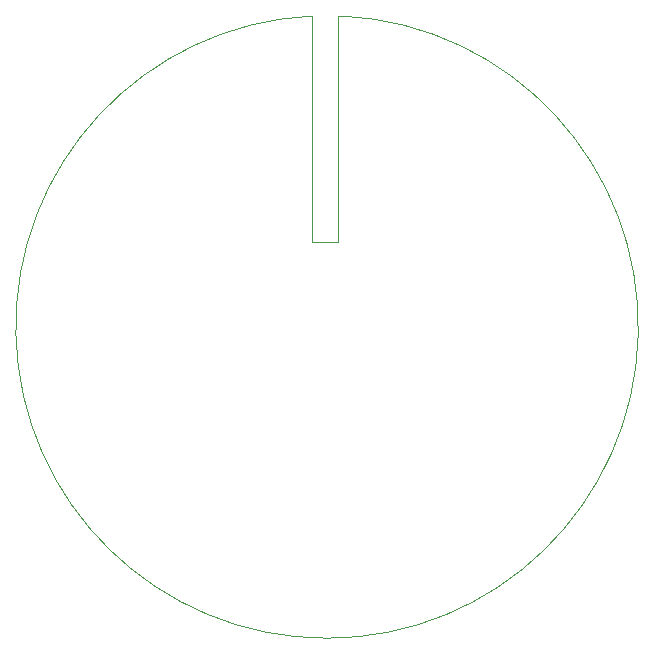
<source format=gm1>
%TF.GenerationSoftware,KiCad,Pcbnew,(7.0.0)*%
%TF.CreationDate,2023-03-27T21:21:58+02:00*%
%TF.ProjectId,220AC-mini-C3-board,32323041-432d-46d6-996e-692d43332d62,rev?*%
%TF.SameCoordinates,Original*%
%TF.FileFunction,Profile,NP*%
%FSLAX46Y46*%
G04 Gerber Fmt 4.6, Leading zero omitted, Abs format (unit mm)*
G04 Created by KiCad (PCBNEW (7.0.0)) date 2023-03-27 21:21:58*
%MOMM*%
%LPD*%
G01*
G04 APERTURE LIST*
%TA.AperFunction,Profile*%
%ADD10C,0.100000*%
%TD*%
G04 APERTURE END LIST*
D10*
X135230000Y-78181200D02*
X135230000Y-59020000D01*
X135230000Y-59020000D02*
G75*
G03*
X137889180Y-59022062I1309180J-26322062D01*
G01*
X137500000Y-59022062D02*
X137500000Y-78181200D01*
X137500000Y-78181200D02*
X135230000Y-78181200D01*
X137889180Y-59022062D02*
X137500000Y-59022062D01*
M02*

</source>
